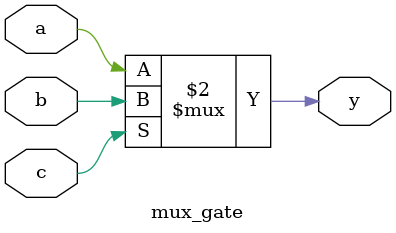
<source format=v>
module mux_gate(
    input wire a,
    input wire b,
    input wire c,
    output wire y
);

assign y = (c == 1'b1) ? b : a;

endmodule
</source>
